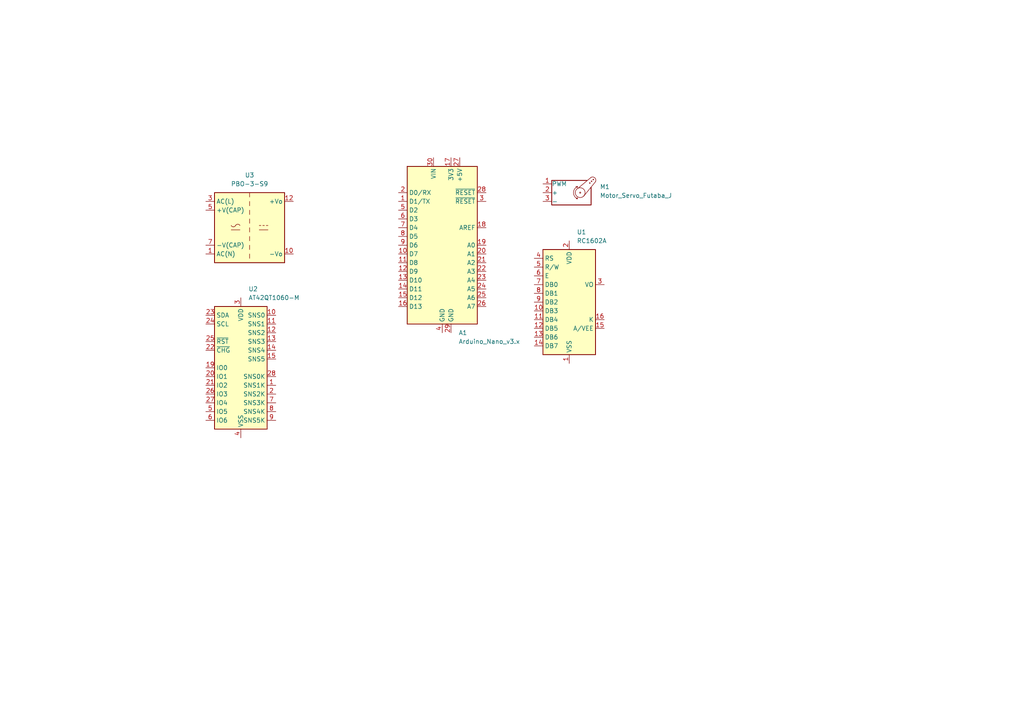
<source format=kicad_sch>
(kicad_sch
	(version 20231120)
	(generator "eeschema")
	(generator_version "8.0")
	(uuid "33fd4b0e-8db3-4df8-8670-2496d7e5413f")
	(paper "A4")
	(lib_symbols
		(symbol "Converter_ACDC:PBO-3-S9"
			(exclude_from_sim no)
			(in_bom yes)
			(on_board yes)
			(property "Reference" "U"
				(at 0 13.97 0)
				(effects
					(font
						(size 1.27 1.27)
					)
				)
			)
			(property "Value" "PBO-3-S9"
				(at 0 11.43 0)
				(effects
					(font
						(size 1.27 1.27)
					)
				)
			)
			(property "Footprint" "Converter_ACDC:Converter_ACDC_CUI_PBO-3-Sxx_THT_Vertical"
				(at 0 0 0)
				(effects
					(font
						(size 1.27 1.27)
					)
					(hide yes)
				)
			)
			(property "Datasheet" "https://www.cui.com/product/resource/pbo-3.pdf"
				(at 0 0 0)
				(effects
					(font
						(size 1.27 1.27)
					)
					(hide yes)
				)
			)
			(property "Description" "9V 0.333A 3W miniature AC-DC module-type power supply"
				(at 0 0 0)
				(effects
					(font
						(size 1.27 1.27)
					)
					(hide yes)
				)
			)
			(property "ki_keywords" "ac dc power supply"
				(at 0 0 0)
				(effects
					(font
						(size 1.27 1.27)
					)
					(hide yes)
				)
			)
			(property "ki_fp_filters" "Converter*ACDC*CUI*PBO*3*Sxx*THT*"
				(at 0 0 0)
				(effects
					(font
						(size 1.27 1.27)
					)
					(hide yes)
				)
			)
			(symbol "PBO-3-S9_1_1"
				(rectangle
					(start -10.16 10.16)
					(end 10.16 -10.16)
					(stroke
						(width 0.254)
						(type default)
					)
					(fill
						(type background)
					)
				)
				(arc
					(start -5.334 0.635)
					(mid -4.699 0.2495)
					(end -4.064 0.635)
					(stroke
						(width 0)
						(type default)
					)
					(fill
						(type none)
					)
				)
				(arc
					(start -2.794 0.635)
					(mid -3.429 1.0072)
					(end -4.064 0.635)
					(stroke
						(width 0)
						(type default)
					)
					(fill
						(type none)
					)
				)
				(polyline
					(pts
						(xy -5.334 -0.635) (xy -2.794 -0.635)
					)
					(stroke
						(width 0)
						(type default)
					)
					(fill
						(type none)
					)
				)
				(polyline
					(pts
						(xy 0 -7.62) (xy 0 -8.89)
					)
					(stroke
						(width 0)
						(type default)
					)
					(fill
						(type none)
					)
				)
				(polyline
					(pts
						(xy 0 -5.08) (xy 0 -6.35)
					)
					(stroke
						(width 0)
						(type default)
					)
					(fill
						(type none)
					)
				)
				(polyline
					(pts
						(xy 0 -2.54) (xy 0 -3.81)
					)
					(stroke
						(width 0)
						(type default)
					)
					(fill
						(type none)
					)
				)
				(polyline
					(pts
						(xy 0 0) (xy 0 -1.27)
					)
					(stroke
						(width 0)
						(type default)
					)
					(fill
						(type none)
					)
				)
				(polyline
					(pts
						(xy 0 2.54) (xy 0 1.27)
					)
					(stroke
						(width 0)
						(type default)
					)
					(fill
						(type none)
					)
				)
				(polyline
					(pts
						(xy 0 5.08) (xy 0 3.81)
					)
					(stroke
						(width 0)
						(type default)
					)
					(fill
						(type none)
					)
				)
				(polyline
					(pts
						(xy 0 7.62) (xy 0 6.35)
					)
					(stroke
						(width 0)
						(type default)
					)
					(fill
						(type none)
					)
				)
				(polyline
					(pts
						(xy 0 10.16) (xy 0 8.89)
					)
					(stroke
						(width 0)
						(type default)
					)
					(fill
						(type none)
					)
				)
				(polyline
					(pts
						(xy 2.794 -0.635) (xy 5.334 -0.635)
					)
					(stroke
						(width 0)
						(type default)
					)
					(fill
						(type none)
					)
				)
				(polyline
					(pts
						(xy 2.794 0.635) (xy 3.302 0.635)
					)
					(stroke
						(width 0)
						(type default)
					)
					(fill
						(type none)
					)
				)
				(polyline
					(pts
						(xy 3.81 0.635) (xy 4.318 0.635)
					)
					(stroke
						(width 0)
						(type default)
					)
					(fill
						(type none)
					)
				)
				(polyline
					(pts
						(xy 4.826 0.635) (xy 5.334 0.635)
					)
					(stroke
						(width 0)
						(type default)
					)
					(fill
						(type none)
					)
				)
				(pin power_in line
					(at -12.7 -7.62 0)
					(length 2.54)
					(name "AC(N)"
						(effects
							(font
								(size 1.27 1.27)
							)
						)
					)
					(number "1"
						(effects
							(font
								(size 1.27 1.27)
							)
						)
					)
				)
				(pin power_out line
					(at 12.7 -7.62 180)
					(length 2.54)
					(name "-Vo"
						(effects
							(font
								(size 1.27 1.27)
							)
						)
					)
					(number "10"
						(effects
							(font
								(size 1.27 1.27)
							)
						)
					)
				)
				(pin power_out line
					(at 12.7 7.62 180)
					(length 2.54)
					(name "+Vo"
						(effects
							(font
								(size 1.27 1.27)
							)
						)
					)
					(number "12"
						(effects
							(font
								(size 1.27 1.27)
							)
						)
					)
				)
				(pin power_in line
					(at -12.7 7.62 0)
					(length 2.54)
					(name "AC(L)"
						(effects
							(font
								(size 1.27 1.27)
							)
						)
					)
					(number "3"
						(effects
							(font
								(size 1.27 1.27)
							)
						)
					)
				)
				(pin passive line
					(at -12.7 5.08 0)
					(length 2.54)
					(name "+V(CAP)"
						(effects
							(font
								(size 1.27 1.27)
							)
						)
					)
					(number "5"
						(effects
							(font
								(size 1.27 1.27)
							)
						)
					)
				)
				(pin passive line
					(at -12.7 -5.08 0)
					(length 2.54)
					(name "-V(CAP)"
						(effects
							(font
								(size 1.27 1.27)
							)
						)
					)
					(number "7"
						(effects
							(font
								(size 1.27 1.27)
							)
						)
					)
				)
			)
		)
		(symbol "Display_Character:RC1602A"
			(exclude_from_sim no)
			(in_bom yes)
			(on_board yes)
			(property "Reference" "U"
				(at -6.35 16.51 0)
				(effects
					(font
						(size 1.27 1.27)
					)
				)
			)
			(property "Value" "RC1602A"
				(at 2.794 16.51 0)
				(effects
					(font
						(size 1.27 1.27)
					)
					(justify left)
				)
			)
			(property "Footprint" "Display:RC1602A"
				(at 2.54 -20.32 0)
				(effects
					(font
						(size 1.27 1.27)
					)
					(hide yes)
				)
			)
			(property "Datasheet" "http://www.raystar-optronics.com/down.php?ProID=18"
				(at 2.54 -2.54 0)
				(effects
					(font
						(size 1.27 1.27)
					)
					(hide yes)
				)
			)
			(property "Description" "LCD 16x2 Alphanumeric gray backlight, 3 or 5V VDD"
				(at 0 0 0)
				(effects
					(font
						(size 1.27 1.27)
					)
					(hide yes)
				)
			)
			(property "ki_keywords" "display LCD dot-matrix"
				(at 0 0 0)
				(effects
					(font
						(size 1.27 1.27)
					)
					(hide yes)
				)
			)
			(property "ki_fp_filters" "*RC1602A*"
				(at 0 0 0)
				(effects
					(font
						(size 1.27 1.27)
					)
					(hide yes)
				)
			)
			(symbol "RC1602A_0_1"
				(rectangle
					(start -7.62 15.24)
					(end 7.62 -15.24)
					(stroke
						(width 0.254)
						(type default)
					)
					(fill
						(type background)
					)
				)
			)
			(symbol "RC1602A_1_1"
				(pin power_in line
					(at 0 -17.78 90)
					(length 2.54)
					(name "VSS"
						(effects
							(font
								(size 1.27 1.27)
							)
						)
					)
					(number "1"
						(effects
							(font
								(size 1.27 1.27)
							)
						)
					)
				)
				(pin bidirectional line
					(at -10.16 -2.54 0)
					(length 2.54)
					(name "DB3"
						(effects
							(font
								(size 1.27 1.27)
							)
						)
					)
					(number "10"
						(effects
							(font
								(size 1.27 1.27)
							)
						)
					)
				)
				(pin bidirectional line
					(at -10.16 -5.08 0)
					(length 2.54)
					(name "DB4"
						(effects
							(font
								(size 1.27 1.27)
							)
						)
					)
					(number "11"
						(effects
							(font
								(size 1.27 1.27)
							)
						)
					)
				)
				(pin bidirectional line
					(at -10.16 -7.62 0)
					(length 2.54)
					(name "DB5"
						(effects
							(font
								(size 1.27 1.27)
							)
						)
					)
					(number "12"
						(effects
							(font
								(size 1.27 1.27)
							)
						)
					)
				)
				(pin bidirectional line
					(at -10.16 -10.16 0)
					(length 2.54)
					(name "DB6"
						(effects
							(font
								(size 1.27 1.27)
							)
						)
					)
					(number "13"
						(effects
							(font
								(size 1.27 1.27)
							)
						)
					)
				)
				(pin bidirectional line
					(at -10.16 -12.7 0)
					(length 2.54)
					(name "DB7"
						(effects
							(font
								(size 1.27 1.27)
							)
						)
					)
					(number "14"
						(effects
							(font
								(size 1.27 1.27)
							)
						)
					)
				)
				(pin power_in line
					(at 10.16 -7.62 180)
					(length 2.54)
					(name "A/VEE"
						(effects
							(font
								(size 1.27 1.27)
							)
						)
					)
					(number "15"
						(effects
							(font
								(size 1.27 1.27)
							)
						)
					)
				)
				(pin power_in line
					(at 10.16 -5.08 180)
					(length 2.54)
					(name "K"
						(effects
							(font
								(size 1.27 1.27)
							)
						)
					)
					(number "16"
						(effects
							(font
								(size 1.27 1.27)
							)
						)
					)
				)
				(pin power_in line
					(at 0 17.78 270)
					(length 2.54)
					(name "VDD"
						(effects
							(font
								(size 1.27 1.27)
							)
						)
					)
					(number "2"
						(effects
							(font
								(size 1.27 1.27)
							)
						)
					)
				)
				(pin power_in line
					(at 10.16 5.08 180)
					(length 2.54)
					(name "VO"
						(effects
							(font
								(size 1.27 1.27)
							)
						)
					)
					(number "3"
						(effects
							(font
								(size 1.27 1.27)
							)
						)
					)
				)
				(pin input line
					(at -10.16 12.7 0)
					(length 2.54)
					(name "RS"
						(effects
							(font
								(size 1.27 1.27)
							)
						)
					)
					(number "4"
						(effects
							(font
								(size 1.27 1.27)
							)
						)
					)
				)
				(pin input line
					(at -10.16 10.16 0)
					(length 2.54)
					(name "R/W"
						(effects
							(font
								(size 1.27 1.27)
							)
						)
					)
					(number "5"
						(effects
							(font
								(size 1.27 1.27)
							)
						)
					)
				)
				(pin input line
					(at -10.16 7.62 0)
					(length 2.54)
					(name "E"
						(effects
							(font
								(size 1.27 1.27)
							)
						)
					)
					(number "6"
						(effects
							(font
								(size 1.27 1.27)
							)
						)
					)
				)
				(pin bidirectional line
					(at -10.16 5.08 0)
					(length 2.54)
					(name "DB0"
						(effects
							(font
								(size 1.27 1.27)
							)
						)
					)
					(number "7"
						(effects
							(font
								(size 1.27 1.27)
							)
						)
					)
				)
				(pin bidirectional line
					(at -10.16 2.54 0)
					(length 2.54)
					(name "DB1"
						(effects
							(font
								(size 1.27 1.27)
							)
						)
					)
					(number "8"
						(effects
							(font
								(size 1.27 1.27)
							)
						)
					)
				)
				(pin bidirectional line
					(at -10.16 0 0)
					(length 2.54)
					(name "DB2"
						(effects
							(font
								(size 1.27 1.27)
							)
						)
					)
					(number "9"
						(effects
							(font
								(size 1.27 1.27)
							)
						)
					)
				)
			)
		)
		(symbol "MCU_Module:Arduino_Nano_v3.x"
			(exclude_from_sim no)
			(in_bom yes)
			(on_board yes)
			(property "Reference" "A"
				(at -10.16 23.495 0)
				(effects
					(font
						(size 1.27 1.27)
					)
					(justify left bottom)
				)
			)
			(property "Value" "Arduino_Nano_v3.x"
				(at 5.08 -24.13 0)
				(effects
					(font
						(size 1.27 1.27)
					)
					(justify left top)
				)
			)
			(property "Footprint" "Module:Arduino_Nano"
				(at 0 0 0)
				(effects
					(font
						(size 1.27 1.27)
						(italic yes)
					)
					(hide yes)
				)
			)
			(property "Datasheet" "http://www.mouser.com/pdfdocs/Gravitech_Arduino_Nano3_0.pdf"
				(at 0 0 0)
				(effects
					(font
						(size 1.27 1.27)
					)
					(hide yes)
				)
			)
			(property "Description" "Arduino Nano v3.x"
				(at 0 0 0)
				(effects
					(font
						(size 1.27 1.27)
					)
					(hide yes)
				)
			)
			(property "ki_keywords" "Arduino nano microcontroller module USB"
				(at 0 0 0)
				(effects
					(font
						(size 1.27 1.27)
					)
					(hide yes)
				)
			)
			(property "ki_fp_filters" "Arduino*Nano*"
				(at 0 0 0)
				(effects
					(font
						(size 1.27 1.27)
					)
					(hide yes)
				)
			)
			(symbol "Arduino_Nano_v3.x_0_1"
				(rectangle
					(start -10.16 22.86)
					(end 10.16 -22.86)
					(stroke
						(width 0.254)
						(type default)
					)
					(fill
						(type background)
					)
				)
			)
			(symbol "Arduino_Nano_v3.x_1_1"
				(pin bidirectional line
					(at -12.7 12.7 0)
					(length 2.54)
					(name "D1/TX"
						(effects
							(font
								(size 1.27 1.27)
							)
						)
					)
					(number "1"
						(effects
							(font
								(size 1.27 1.27)
							)
						)
					)
				)
				(pin bidirectional line
					(at -12.7 -2.54 0)
					(length 2.54)
					(name "D7"
						(effects
							(font
								(size 1.27 1.27)
							)
						)
					)
					(number "10"
						(effects
							(font
								(size 1.27 1.27)
							)
						)
					)
				)
				(pin bidirectional line
					(at -12.7 -5.08 0)
					(length 2.54)
					(name "D8"
						(effects
							(font
								(size 1.27 1.27)
							)
						)
					)
					(number "11"
						(effects
							(font
								(size 1.27 1.27)
							)
						)
					)
				)
				(pin bidirectional line
					(at -12.7 -7.62 0)
					(length 2.54)
					(name "D9"
						(effects
							(font
								(size 1.27 1.27)
							)
						)
					)
					(number "12"
						(effects
							(font
								(size 1.27 1.27)
							)
						)
					)
				)
				(pin bidirectional line
					(at -12.7 -10.16 0)
					(length 2.54)
					(name "D10"
						(effects
							(font
								(size 1.27 1.27)
							)
						)
					)
					(number "13"
						(effects
							(font
								(size 1.27 1.27)
							)
						)
					)
				)
				(pin bidirectional line
					(at -12.7 -12.7 0)
					(length 2.54)
					(name "D11"
						(effects
							(font
								(size 1.27 1.27)
							)
						)
					)
					(number "14"
						(effects
							(font
								(size 1.27 1.27)
							)
						)
					)
				)
				(pin bidirectional line
					(at -12.7 -15.24 0)
					(length 2.54)
					(name "D12"
						(effects
							(font
								(size 1.27 1.27)
							)
						)
					)
					(number "15"
						(effects
							(font
								(size 1.27 1.27)
							)
						)
					)
				)
				(pin bidirectional line
					(at -12.7 -17.78 0)
					(length 2.54)
					(name "D13"
						(effects
							(font
								(size 1.27 1.27)
							)
						)
					)
					(number "16"
						(effects
							(font
								(size 1.27 1.27)
							)
						)
					)
				)
				(pin power_out line
					(at 2.54 25.4 270)
					(length 2.54)
					(name "3V3"
						(effects
							(font
								(size 1.27 1.27)
							)
						)
					)
					(number "17"
						(effects
							(font
								(size 1.27 1.27)
							)
						)
					)
				)
				(pin input line
					(at 12.7 5.08 180)
					(length 2.54)
					(name "AREF"
						(effects
							(font
								(size 1.27 1.27)
							)
						)
					)
					(number "18"
						(effects
							(font
								(size 1.27 1.27)
							)
						)
					)
				)
				(pin bidirectional line
					(at 12.7 0 180)
					(length 2.54)
					(name "A0"
						(effects
							(font
								(size 1.27 1.27)
							)
						)
					)
					(number "19"
						(effects
							(font
								(size 1.27 1.27)
							)
						)
					)
				)
				(pin bidirectional line
					(at -12.7 15.24 0)
					(length 2.54)
					(name "D0/RX"
						(effects
							(font
								(size 1.27 1.27)
							)
						)
					)
					(number "2"
						(effects
							(font
								(size 1.27 1.27)
							)
						)
					)
				)
				(pin bidirectional line
					(at 12.7 -2.54 180)
					(length 2.54)
					(name "A1"
						(effects
							(font
								(size 1.27 1.27)
							)
						)
					)
					(number "20"
						(effects
							(font
								(size 1.27 1.27)
							)
						)
					)
				)
				(pin bidirectional line
					(at 12.7 -5.08 180)
					(length 2.54)
					(name "A2"
						(effects
							(font
								(size 1.27 1.27)
							)
						)
					)
					(number "21"
						(effects
							(font
								(size 1.27 1.27)
							)
						)
					)
				)
				(pin bidirectional line
					(at 12.7 -7.62 180)
					(length 2.54)
					(name "A3"
						(effects
							(font
								(size 1.27 1.27)
							)
						)
					)
					(number "22"
						(effects
							(font
								(size 1.27 1.27)
							)
						)
					)
				)
				(pin bidirectional line
					(at 12.7 -10.16 180)
					(length 2.54)
					(name "A4"
						(effects
							(font
								(size 1.27 1.27)
							)
						)
					)
					(number "23"
						(effects
							(font
								(size 1.27 1.27)
							)
						)
					)
				)
				(pin bidirectional line
					(at 12.7 -12.7 180)
					(length 2.54)
					(name "A5"
						(effects
							(font
								(size 1.27 1.27)
							)
						)
					)
					(number "24"
						(effects
							(font
								(size 1.27 1.27)
							)
						)
					)
				)
				(pin bidirectional line
					(at 12.7 -15.24 180)
					(length 2.54)
					(name "A6"
						(effects
							(font
								(size 1.27 1.27)
							)
						)
					)
					(number "25"
						(effects
							(font
								(size 1.27 1.27)
							)
						)
					)
				)
				(pin bidirectional line
					(at 12.7 -17.78 180)
					(length 2.54)
					(name "A7"
						(effects
							(font
								(size 1.27 1.27)
							)
						)
					)
					(number "26"
						(effects
							(font
								(size 1.27 1.27)
							)
						)
					)
				)
				(pin power_out line
					(at 5.08 25.4 270)
					(length 2.54)
					(name "+5V"
						(effects
							(font
								(size 1.27 1.27)
							)
						)
					)
					(number "27"
						(effects
							(font
								(size 1.27 1.27)
							)
						)
					)
				)
				(pin input line
					(at 12.7 15.24 180)
					(length 2.54)
					(name "~{RESET}"
						(effects
							(font
								(size 1.27 1.27)
							)
						)
					)
					(number "28"
						(effects
							(font
								(size 1.27 1.27)
							)
						)
					)
				)
				(pin power_in line
					(at 2.54 -25.4 90)
					(length 2.54)
					(name "GND"
						(effects
							(font
								(size 1.27 1.27)
							)
						)
					)
					(number "29"
						(effects
							(font
								(size 1.27 1.27)
							)
						)
					)
				)
				(pin input line
					(at 12.7 12.7 180)
					(length 2.54)
					(name "~{RESET}"
						(effects
							(font
								(size 1.27 1.27)
							)
						)
					)
					(number "3"
						(effects
							(font
								(size 1.27 1.27)
							)
						)
					)
				)
				(pin power_in line
					(at -2.54 25.4 270)
					(length 2.54)
					(name "VIN"
						(effects
							(font
								(size 1.27 1.27)
							)
						)
					)
					(number "30"
						(effects
							(font
								(size 1.27 1.27)
							)
						)
					)
				)
				(pin power_in line
					(at 0 -25.4 90)
					(length 2.54)
					(name "GND"
						(effects
							(font
								(size 1.27 1.27)
							)
						)
					)
					(number "4"
						(effects
							(font
								(size 1.27 1.27)
							)
						)
					)
				)
				(pin bidirectional line
					(at -12.7 10.16 0)
					(length 2.54)
					(name "D2"
						(effects
							(font
								(size 1.27 1.27)
							)
						)
					)
					(number "5"
						(effects
							(font
								(size 1.27 1.27)
							)
						)
					)
				)
				(pin bidirectional line
					(at -12.7 7.62 0)
					(length 2.54)
					(name "D3"
						(effects
							(font
								(size 1.27 1.27)
							)
						)
					)
					(number "6"
						(effects
							(font
								(size 1.27 1.27)
							)
						)
					)
				)
				(pin bidirectional line
					(at -12.7 5.08 0)
					(length 2.54)
					(name "D4"
						(effects
							(font
								(size 1.27 1.27)
							)
						)
					)
					(number "7"
						(effects
							(font
								(size 1.27 1.27)
							)
						)
					)
				)
				(pin bidirectional line
					(at -12.7 2.54 0)
					(length 2.54)
					(name "D5"
						(effects
							(font
								(size 1.27 1.27)
							)
						)
					)
					(number "8"
						(effects
							(font
								(size 1.27 1.27)
							)
						)
					)
				)
				(pin bidirectional line
					(at -12.7 0 0)
					(length 2.54)
					(name "D6"
						(effects
							(font
								(size 1.27 1.27)
							)
						)
					)
					(number "9"
						(effects
							(font
								(size 1.27 1.27)
							)
						)
					)
				)
			)
		)
		(symbol "Motor:Motor_Servo_Futaba_J"
			(pin_names
				(offset 0.0254)
			)
			(exclude_from_sim no)
			(in_bom yes)
			(on_board yes)
			(property "Reference" "M"
				(at -5.08 4.445 0)
				(effects
					(font
						(size 1.27 1.27)
					)
					(justify left)
				)
			)
			(property "Value" "Motor_Servo_Futaba_J"
				(at -5.08 -4.064 0)
				(effects
					(font
						(size 1.27 1.27)
					)
					(justify left top)
				)
			)
			(property "Footprint" ""
				(at 0 -4.826 0)
				(effects
					(font
						(size 1.27 1.27)
					)
					(hide yes)
				)
			)
			(property "Datasheet" "http://forums.parallax.com/uploads/attachments/46831/74481.png"
				(at 0 -4.826 0)
				(effects
					(font
						(size 1.27 1.27)
					)
					(hide yes)
				)
			)
			(property "Description" "Servo Motor (Futuba J-connector)"
				(at 0 0 0)
				(effects
					(font
						(size 1.27 1.27)
					)
					(hide yes)
				)
			)
			(property "ki_keywords" "Servo Motor"
				(at 0 0 0)
				(effects
					(font
						(size 1.27 1.27)
					)
					(hide yes)
				)
			)
			(property "ki_fp_filters" "PinHeader*P2.54mm*"
				(at 0 0 0)
				(effects
					(font
						(size 1.27 1.27)
					)
					(hide yes)
				)
			)
			(symbol "Motor_Servo_Futaba_J_0_1"
				(polyline
					(pts
						(xy 2.413 -1.778) (xy 2.032 -1.778)
					)
					(stroke
						(width 0)
						(type default)
					)
					(fill
						(type none)
					)
				)
				(polyline
					(pts
						(xy 2.413 -1.778) (xy 2.286 -1.397)
					)
					(stroke
						(width 0)
						(type default)
					)
					(fill
						(type none)
					)
				)
				(polyline
					(pts
						(xy 2.413 1.778) (xy 1.905 1.778)
					)
					(stroke
						(width 0)
						(type default)
					)
					(fill
						(type none)
					)
				)
				(polyline
					(pts
						(xy 2.413 1.778) (xy 2.286 1.397)
					)
					(stroke
						(width 0)
						(type default)
					)
					(fill
						(type none)
					)
				)
				(polyline
					(pts
						(xy 6.35 4.445) (xy 2.54 1.27)
					)
					(stroke
						(width 0)
						(type default)
					)
					(fill
						(type none)
					)
				)
				(polyline
					(pts
						(xy 7.62 3.175) (xy 4.191 -1.016)
					)
					(stroke
						(width 0)
						(type default)
					)
					(fill
						(type none)
					)
				)
				(polyline
					(pts
						(xy 5.08 3.556) (xy -5.08 3.556) (xy -5.08 -3.556) (xy 6.35 -3.556) (xy 6.35 1.524)
					)
					(stroke
						(width 0.254)
						(type default)
					)
					(fill
						(type none)
					)
				)
				(arc
					(start 2.413 1.778)
					(mid 1.2406 0)
					(end 2.413 -1.778)
					(stroke
						(width 0)
						(type default)
					)
					(fill
						(type none)
					)
				)
				(circle
					(center 3.175 0)
					(radius 0.1778)
					(stroke
						(width 0)
						(type default)
					)
					(fill
						(type none)
					)
				)
				(circle
					(center 3.175 0)
					(radius 1.4224)
					(stroke
						(width 0)
						(type default)
					)
					(fill
						(type none)
					)
				)
				(circle
					(center 5.969 2.794)
					(radius 0.127)
					(stroke
						(width 0)
						(type default)
					)
					(fill
						(type none)
					)
				)
				(circle
					(center 6.477 3.302)
					(radius 0.127)
					(stroke
						(width 0)
						(type default)
					)
					(fill
						(type none)
					)
				)
				(circle
					(center 6.985 3.81)
					(radius 0.127)
					(stroke
						(width 0)
						(type default)
					)
					(fill
						(type none)
					)
				)
				(arc
					(start 7.62 3.175)
					(mid 7.4485 4.2735)
					(end 6.35 4.445)
					(stroke
						(width 0)
						(type default)
					)
					(fill
						(type none)
					)
				)
			)
			(symbol "Motor_Servo_Futaba_J_1_1"
				(pin passive line
					(at -7.62 2.54 0)
					(length 2.54)
					(name "PWM"
						(effects
							(font
								(size 1.27 1.27)
							)
						)
					)
					(number "1"
						(effects
							(font
								(size 1.27 1.27)
							)
						)
					)
				)
				(pin passive line
					(at -7.62 0 0)
					(length 2.54)
					(name "+"
						(effects
							(font
								(size 1.27 1.27)
							)
						)
					)
					(number "2"
						(effects
							(font
								(size 1.27 1.27)
							)
						)
					)
				)
				(pin passive line
					(at -7.62 -2.54 0)
					(length 2.54)
					(name "-"
						(effects
							(font
								(size 1.27 1.27)
							)
						)
					)
					(number "3"
						(effects
							(font
								(size 1.27 1.27)
							)
						)
					)
				)
			)
		)
		(symbol "Sensor_Touch:AT42QT1060-M"
			(exclude_from_sim no)
			(in_bom yes)
			(on_board yes)
			(property "Reference" "U"
				(at -2.54 21.59 0)
				(effects
					(font
						(size 1.27 1.27)
					)
					(justify right)
				)
			)
			(property "Value" "AT42QT1060-M"
				(at -2.54 19.05 0)
				(effects
					(font
						(size 1.27 1.27)
					)
					(justify right)
				)
			)
			(property "Footprint" "Package_DFN_QFN:VQFN-28-1EP_4x4mm_P0.45mm_EP2.4x2.4mm"
				(at 0 0 0)
				(effects
					(font
						(size 1.27 1.27)
					)
					(hide yes)
				)
			)
			(property "Datasheet" "http://ww1.microchip.com/downloads/en/DeviceDoc/Atmel-9505-AT42-QTouch-BSW-AT42QT1060_Datasheet.pdf"
				(at 0 0 0)
				(effects
					(font
						(size 1.27 1.27)
					)
					(hide yes)
				)
			)
			(property "Description" "Six-Key Touch Sensor IC, VQFN-28"
				(at 0 0 0)
				(effects
					(font
						(size 1.27 1.27)
					)
					(hide yes)
				)
			)
			(property "ki_keywords" "Touch QTouch Sensor Key"
				(at 0 0 0)
				(effects
					(font
						(size 1.27 1.27)
					)
					(hide yes)
				)
			)
			(property "ki_fp_filters" "VQFN*1EP*4x4mm*P0.45mm*"
				(at 0 0 0)
				(effects
					(font
						(size 1.27 1.27)
					)
					(hide yes)
				)
			)
			(symbol "AT42QT1060-M_0_1"
				(rectangle
					(start 7.62 17.78)
					(end -7.62 -17.78)
					(stroke
						(width 0.254)
						(type default)
					)
					(fill
						(type background)
					)
				)
			)
			(symbol "AT42QT1060-M_1_1"
				(pin passive line
					(at 10.16 -5.08 180)
					(length 2.54)
					(name "SNS1K"
						(effects
							(font
								(size 1.27 1.27)
							)
						)
					)
					(number "1"
						(effects
							(font
								(size 1.27 1.27)
							)
						)
					)
				)
				(pin passive line
					(at 10.16 15.24 180)
					(length 2.54)
					(name "SNS0"
						(effects
							(font
								(size 1.27 1.27)
							)
						)
					)
					(number "10"
						(effects
							(font
								(size 1.27 1.27)
							)
						)
					)
				)
				(pin passive line
					(at 10.16 12.7 180)
					(length 2.54)
					(name "SNS1"
						(effects
							(font
								(size 1.27 1.27)
							)
						)
					)
					(number "11"
						(effects
							(font
								(size 1.27 1.27)
							)
						)
					)
				)
				(pin passive line
					(at 10.16 10.16 180)
					(length 2.54)
					(name "SNS2"
						(effects
							(font
								(size 1.27 1.27)
							)
						)
					)
					(number "12"
						(effects
							(font
								(size 1.27 1.27)
							)
						)
					)
				)
				(pin passive line
					(at 10.16 7.62 180)
					(length 2.54)
					(name "SNS3"
						(effects
							(font
								(size 1.27 1.27)
							)
						)
					)
					(number "13"
						(effects
							(font
								(size 1.27 1.27)
							)
						)
					)
				)
				(pin passive line
					(at 10.16 5.08 180)
					(length 2.54)
					(name "SNS4"
						(effects
							(font
								(size 1.27 1.27)
							)
						)
					)
					(number "14"
						(effects
							(font
								(size 1.27 1.27)
							)
						)
					)
				)
				(pin passive line
					(at 10.16 2.54 180)
					(length 2.54)
					(name "SNS5"
						(effects
							(font
								(size 1.27 1.27)
							)
						)
					)
					(number "15"
						(effects
							(font
								(size 1.27 1.27)
							)
						)
					)
				)
				(pin passive line
					(at 0 20.32 270)
					(length 2.54) hide
					(name "VDD"
						(effects
							(font
								(size 1.27 1.27)
							)
						)
					)
					(number "16"
						(effects
							(font
								(size 1.27 1.27)
							)
						)
					)
				)
				(pin passive line
					(at 0 20.32 270)
					(length 2.54) hide
					(name "VDD"
						(effects
							(font
								(size 1.27 1.27)
							)
						)
					)
					(number "17"
						(effects
							(font
								(size 1.27 1.27)
							)
						)
					)
				)
				(pin passive line
					(at 0 -20.32 90)
					(length 2.54) hide
					(name "VSS"
						(effects
							(font
								(size 1.27 1.27)
							)
						)
					)
					(number "18"
						(effects
							(font
								(size 1.27 1.27)
							)
						)
					)
				)
				(pin bidirectional line
					(at -10.16 0 0)
					(length 2.54)
					(name "IO0"
						(effects
							(font
								(size 1.27 1.27)
							)
						)
					)
					(number "19"
						(effects
							(font
								(size 1.27 1.27)
							)
						)
					)
				)
				(pin passive line
					(at 10.16 -7.62 180)
					(length 2.54)
					(name "SNS2K"
						(effects
							(font
								(size 1.27 1.27)
							)
						)
					)
					(number "2"
						(effects
							(font
								(size 1.27 1.27)
							)
						)
					)
				)
				(pin bidirectional line
					(at -10.16 -2.54 0)
					(length 2.54)
					(name "IO1"
						(effects
							(font
								(size 1.27 1.27)
							)
						)
					)
					(number "20"
						(effects
							(font
								(size 1.27 1.27)
							)
						)
					)
				)
				(pin bidirectional line
					(at -10.16 -5.08 0)
					(length 2.54)
					(name "IO2"
						(effects
							(font
								(size 1.27 1.27)
							)
						)
					)
					(number "21"
						(effects
							(font
								(size 1.27 1.27)
							)
						)
					)
				)
				(pin open_collector line
					(at -10.16 5.08 0)
					(length 2.54)
					(name "~{CHG}"
						(effects
							(font
								(size 1.27 1.27)
							)
						)
					)
					(number "22"
						(effects
							(font
								(size 1.27 1.27)
							)
						)
					)
				)
				(pin bidirectional line
					(at -10.16 15.24 0)
					(length 2.54)
					(name "SDA"
						(effects
							(font
								(size 1.27 1.27)
							)
						)
					)
					(number "23"
						(effects
							(font
								(size 1.27 1.27)
							)
						)
					)
				)
				(pin input line
					(at -10.16 12.7 0)
					(length 2.54)
					(name "SCL"
						(effects
							(font
								(size 1.27 1.27)
							)
						)
					)
					(number "24"
						(effects
							(font
								(size 1.27 1.27)
							)
						)
					)
				)
				(pin input line
					(at -10.16 7.62 0)
					(length 2.54)
					(name "~{RST}"
						(effects
							(font
								(size 1.27 1.27)
							)
						)
					)
					(number "25"
						(effects
							(font
								(size 1.27 1.27)
							)
						)
					)
				)
				(pin bidirectional line
					(at -10.16 -7.62 0)
					(length 2.54)
					(name "IO3"
						(effects
							(font
								(size 1.27 1.27)
							)
						)
					)
					(number "26"
						(effects
							(font
								(size 1.27 1.27)
							)
						)
					)
				)
				(pin bidirectional line
					(at -10.16 -10.16 0)
					(length 2.54)
					(name "IO4"
						(effects
							(font
								(size 1.27 1.27)
							)
						)
					)
					(number "27"
						(effects
							(font
								(size 1.27 1.27)
							)
						)
					)
				)
				(pin passive line
					(at 10.16 -2.54 180)
					(length 2.54)
					(name "SNS0K"
						(effects
							(font
								(size 1.27 1.27)
							)
						)
					)
					(number "28"
						(effects
							(font
								(size 1.27 1.27)
							)
						)
					)
				)
				(pin passive line
					(at 0 -20.32 90)
					(length 2.54) hide
					(name "VSS"
						(effects
							(font
								(size 1.27 1.27)
							)
						)
					)
					(number "29"
						(effects
							(font
								(size 1.27 1.27)
							)
						)
					)
				)
				(pin power_in line
					(at 0 20.32 270)
					(length 2.54)
					(name "VDD"
						(effects
							(font
								(size 1.27 1.27)
							)
						)
					)
					(number "3"
						(effects
							(font
								(size 1.27 1.27)
							)
						)
					)
				)
				(pin power_in line
					(at 0 -20.32 90)
					(length 2.54)
					(name "VSS"
						(effects
							(font
								(size 1.27 1.27)
							)
						)
					)
					(number "4"
						(effects
							(font
								(size 1.27 1.27)
							)
						)
					)
				)
				(pin bidirectional line
					(at -10.16 -12.7 0)
					(length 2.54)
					(name "IO5"
						(effects
							(font
								(size 1.27 1.27)
							)
						)
					)
					(number "5"
						(effects
							(font
								(size 1.27 1.27)
							)
						)
					)
				)
				(pin bidirectional line
					(at -10.16 -15.24 0)
					(length 2.54)
					(name "IO6"
						(effects
							(font
								(size 1.27 1.27)
							)
						)
					)
					(number "6"
						(effects
							(font
								(size 1.27 1.27)
							)
						)
					)
				)
				(pin passive line
					(at 10.16 -10.16 180)
					(length 2.54)
					(name "SNS3K"
						(effects
							(font
								(size 1.27 1.27)
							)
						)
					)
					(number "7"
						(effects
							(font
								(size 1.27 1.27)
							)
						)
					)
				)
				(pin passive line
					(at 10.16 -12.7 180)
					(length 2.54)
					(name "SNS4K"
						(effects
							(font
								(size 1.27 1.27)
							)
						)
					)
					(number "8"
						(effects
							(font
								(size 1.27 1.27)
							)
						)
					)
				)
				(pin passive line
					(at 10.16 -15.24 180)
					(length 2.54)
					(name "SNS5K"
						(effects
							(font
								(size 1.27 1.27)
							)
						)
					)
					(number "9"
						(effects
							(font
								(size 1.27 1.27)
							)
						)
					)
				)
			)
		)
	)
	(symbol
		(lib_id "Sensor_Touch:AT42QT1060-M")
		(at 69.85 106.68 0)
		(unit 1)
		(exclude_from_sim no)
		(in_bom yes)
		(on_board yes)
		(dnp no)
		(fields_autoplaced yes)
		(uuid "04a03da7-7f1c-4dec-ba48-e191b1f288d4")
		(property "Reference" "U2"
			(at 72.0441 83.82 0)
			(effects
				(font
					(size 1.27 1.27)
				)
				(justify left)
			)
		)
		(property "Value" "AT42QT1060-M"
			(at 72.0441 86.36 0)
			(effects
				(font
					(size 1.27 1.27)
				)
				(justify left)
			)
		)
		(property "Footprint" "Package_DFN_QFN:VQFN-28-1EP_4x4mm_P0.45mm_EP2.4x2.4mm"
			(at 69.85 106.68 0)
			(effects
				(font
					(size 1.27 1.27)
				)
				(hide yes)
			)
		)
		(property "Datasheet" "http://ww1.microchip.com/downloads/en/DeviceDoc/Atmel-9505-AT42-QTouch-BSW-AT42QT1060_Datasheet.pdf"
			(at 69.85 106.68 0)
			(effects
				(font
					(size 1.27 1.27)
				)
				(hide yes)
			)
		)
		(property "Description" "Six-Key Touch Sensor IC, VQFN-28"
			(at 69.85 106.68 0)
			(effects
				(font
					(size 1.27 1.27)
				)
				(hide yes)
			)
		)
		(pin "29"
			(uuid "2017b9d3-e762-412b-ae8e-70d971436944")
		)
		(pin "15"
			(uuid "bc56152b-ed84-4587-b58e-0a0f771280db")
		)
		(pin "2"
			(uuid "b7087cf3-9a1a-491f-8b3e-fd0febeb7c7f")
		)
		(pin "12"
			(uuid "d2246dc7-d1c4-47aa-8f89-848a398b9821")
		)
		(pin "23"
			(uuid "de277a57-14ba-4a79-92ce-5826ed52f62b")
		)
		(pin "5"
			(uuid "4552e403-0799-43cd-87b6-9382dbc6e0fa")
		)
		(pin "25"
			(uuid "995a9c8f-f042-43e2-8b54-c57ed6a01d9b")
		)
		(pin "7"
			(uuid "840f62a0-b580-4eb8-8175-48c92b65d209")
		)
		(pin "20"
			(uuid "19ea104a-b268-47cd-bdb4-8417b9cb47a1")
		)
		(pin "16"
			(uuid "50fd35b5-4061-4ad1-99c2-ebd39580b449")
		)
		(pin "11"
			(uuid "73bc5e71-0d79-4cf1-88ec-ffad6c0aeb57")
		)
		(pin "8"
			(uuid "407decf5-0b55-408b-9c11-0daa1ab1b4ac")
		)
		(pin "21"
			(uuid "ef4f76db-5d6a-4394-8810-f130cb6b84e1")
		)
		(pin "17"
			(uuid "86c01b78-9a93-418c-9591-d9b00d0cfb75")
		)
		(pin "3"
			(uuid "e90cd73f-0be4-46c8-818c-dd4e6f204063")
		)
		(pin "28"
			(uuid "515d38f5-fad4-4a32-b56f-39c1a53aad39")
		)
		(pin "1"
			(uuid "2fe97f1f-4c3e-4943-9b49-77987de0a272")
		)
		(pin "13"
			(uuid "f2eb41e0-ec9b-4afd-8eea-0e715585e9fb")
		)
		(pin "26"
			(uuid "b6838248-cb21-4388-beed-a976eb2f8fa2")
		)
		(pin "10"
			(uuid "bbe1e328-f29f-4bbd-ad8a-b5050e4f4886")
		)
		(pin "24"
			(uuid "8d20d354-aefe-4c8f-9fa7-90708d9f8124")
		)
		(pin "14"
			(uuid "6b477915-06c2-4e82-97d2-a856e034d4a5")
		)
		(pin "4"
			(uuid "e6ffd2b8-d918-4a20-9489-8c76174c5a18")
		)
		(pin "6"
			(uuid "2c582e25-5fd5-43cc-a854-c5f700948292")
		)
		(pin "18"
			(uuid "89678222-f8a0-472b-bf76-f7cd0e5c9ad4")
		)
		(pin "27"
			(uuid "56552704-2b44-4796-975b-3ad2a560b175")
		)
		(pin "9"
			(uuid "a12f24aa-3ef0-4065-b4e0-00694d3b3605")
		)
		(pin "19"
			(uuid "4f40306c-8560-46ba-9a8f-bb6c730f5872")
		)
		(pin "22"
			(uuid "044504ec-0ef0-44ab-a0aa-4a2637752fe7")
		)
		(instances
			(project ""
				(path "/33fd4b0e-8db3-4df8-8670-2496d7e5413f"
					(reference "U2")
					(unit 1)
				)
			)
		)
	)
	(symbol
		(lib_id "Motor:Motor_Servo_Futaba_J")
		(at 165.1 55.88 0)
		(unit 1)
		(exclude_from_sim no)
		(in_bom yes)
		(on_board yes)
		(dnp no)
		(fields_autoplaced yes)
		(uuid "1e28566d-90e8-48de-9a75-fb7724206fe4")
		(property "Reference" "M1"
			(at 173.99 54.1765 0)
			(effects
				(font
					(size 1.27 1.27)
				)
				(justify left)
			)
		)
		(property "Value" "Motor_Servo_Futaba_J"
			(at 173.99 56.7165 0)
			(effects
				(font
					(size 1.27 1.27)
				)
				(justify left)
			)
		)
		(property "Footprint" ""
			(at 165.1 60.706 0)
			(effects
				(font
					(size 1.27 1.27)
				)
				(hide yes)
			)
		)
		(property "Datasheet" "http://forums.parallax.com/uploads/attachments/46831/74481.png"
			(at 165.1 60.706 0)
			(effects
				(font
					(size 1.27 1.27)
				)
				(hide yes)
			)
		)
		(property "Description" "Servo Motor (Futuba J-connector)"
			(at 165.1 55.88 0)
			(effects
				(font
					(size 1.27 1.27)
				)
				(hide yes)
			)
		)
		(pin "1"
			(uuid "0336ce10-ff53-4226-86f6-2f0c7fe5c213")
		)
		(pin "2"
			(uuid "ca8108e5-f720-4b7c-b2ee-8767bf86728c")
		)
		(pin "3"
			(uuid "76743e55-77a1-4a41-95f0-e81d09163faa")
		)
		(instances
			(project ""
				(path "/33fd4b0e-8db3-4df8-8670-2496d7e5413f"
					(reference "M1")
					(unit 1)
				)
			)
		)
	)
	(symbol
		(lib_id "Display_Character:RC1602A")
		(at 165.1 87.63 0)
		(unit 1)
		(exclude_from_sim no)
		(in_bom yes)
		(on_board yes)
		(dnp no)
		(fields_autoplaced yes)
		(uuid "45ed0b06-bcdb-4604-ae66-75a8640be38a")
		(property "Reference" "U1"
			(at 167.2941 67.31 0)
			(effects
				(font
					(size 1.27 1.27)
				)
				(justify left)
			)
		)
		(property "Value" "RC1602A"
			(at 167.2941 69.85 0)
			(effects
				(font
					(size 1.27 1.27)
				)
				(justify left)
			)
		)
		(property "Footprint" "Display:RC1602A"
			(at 167.64 107.95 0)
			(effects
				(font
					(size 1.27 1.27)
				)
				(hide yes)
			)
		)
		(property "Datasheet" "http://www.raystar-optronics.com/down.php?ProID=18"
			(at 167.64 90.17 0)
			(effects
				(font
					(size 1.27 1.27)
				)
				(hide yes)
			)
		)
		(property "Description" "LCD 16x2 Alphanumeric gray backlight, 3 or 5V VDD"
			(at 165.1 87.63 0)
			(effects
				(font
					(size 1.27 1.27)
				)
				(hide yes)
			)
		)
		(pin "16"
			(uuid "1252383f-ce50-4ec9-8fa3-92606bebef05")
		)
		(pin "1"
			(uuid "5660e230-f9c2-47e7-8e63-5619b481ca01")
		)
		(pin "2"
			(uuid "6ed4bed8-0ebb-4cf3-84ec-360e842f6dc0")
		)
		(pin "12"
			(uuid "70be2a9a-7fd4-4e2a-9d42-e4471c07c07e")
		)
		(pin "3"
			(uuid "a110dfad-9f4f-466c-9cc3-a96ef4a60ec0")
		)
		(pin "5"
			(uuid "94d180af-e564-4cc0-99f6-98bf877e8696")
		)
		(pin "9"
			(uuid "48e8473d-8606-4648-ab22-2471a953233e")
		)
		(pin "7"
			(uuid "96252134-4476-442a-bb72-aac71168e1ee")
		)
		(pin "8"
			(uuid "4a336616-f8e9-414b-a44d-4299faf382d4")
		)
		(pin "10"
			(uuid "476c7a57-5c0f-4f5b-bf6b-96805b9e2764")
		)
		(pin "11"
			(uuid "891e79fc-5ee3-4288-9c2f-03daa5b46c91")
		)
		(pin "13"
			(uuid "7c59f5a7-95e9-4cc9-8866-6ed7e6c34b63")
		)
		(pin "4"
			(uuid "47d87e07-3b02-4928-8ece-f835f100942c")
		)
		(pin "15"
			(uuid "ee10070b-caf5-42eb-bff7-253db82755c2")
		)
		(pin "14"
			(uuid "8f97cca4-267a-49aa-86db-83b1472ffdcd")
		)
		(pin "6"
			(uuid "bd88ab8c-9e4f-4499-aaff-d66c3ca4e4f8")
		)
		(instances
			(project ""
				(path "/33fd4b0e-8db3-4df8-8670-2496d7e5413f"
					(reference "U1")
					(unit 1)
				)
			)
		)
	)
	(symbol
		(lib_id "Converter_ACDC:PBO-3-S9")
		(at 72.39 66.04 0)
		(unit 1)
		(exclude_from_sim no)
		(in_bom yes)
		(on_board yes)
		(dnp no)
		(fields_autoplaced yes)
		(uuid "9e49a884-5d8e-4571-acb7-1c52a534bfec")
		(property "Reference" "U3"
			(at 72.39 50.8 0)
			(effects
				(font
					(size 1.27 1.27)
				)
			)
		)
		(property "Value" "PBO-3-S9"
			(at 72.39 53.34 0)
			(effects
				(font
					(size 1.27 1.27)
				)
			)
		)
		(property "Footprint" "Converter_ACDC:Converter_ACDC_CUI_PBO-3-Sxx_THT_Vertical"
			(at 72.39 66.04 0)
			(effects
				(font
					(size 1.27 1.27)
				)
				(hide yes)
			)
		)
		(property "Datasheet" "https://www.cui.com/product/resource/pbo-3.pdf"
			(at 72.39 66.04 0)
			(effects
				(font
					(size 1.27 1.27)
				)
				(hide yes)
			)
		)
		(property "Description" "9V 0.333A 3W miniature AC-DC module-type power supply"
			(at 72.39 66.04 0)
			(effects
				(font
					(size 1.27 1.27)
				)
				(hide yes)
			)
		)
		(pin "10"
			(uuid "11312fd0-bd7f-4418-a5ec-305c31c18c7c")
		)
		(pin "1"
			(uuid "33968f72-f609-49c2-98fe-73ebd2944fbe")
		)
		(pin "3"
			(uuid "c72abb05-7255-434a-95e4-6409108e8f6c")
		)
		(pin "7"
			(uuid "8aa7d801-e484-4591-9d1f-0500c8f29fd4")
		)
		(pin "5"
			(uuid "bed1cc46-b6f5-4ffa-b58d-f12aca1cba9b")
		)
		(pin "12"
			(uuid "1e75e503-0783-4fda-8a96-e402c9990341")
		)
		(instances
			(project ""
				(path "/33fd4b0e-8db3-4df8-8670-2496d7e5413f"
					(reference "U3")
					(unit 1)
				)
			)
		)
	)
	(symbol
		(lib_id "MCU_Module:Arduino_Nano_v3.x")
		(at 128.27 71.12 0)
		(unit 1)
		(exclude_from_sim no)
		(in_bom yes)
		(on_board yes)
		(dnp no)
		(fields_autoplaced yes)
		(uuid "c6f760b4-e1af-413f-b5a0-2b292083a44b")
		(property "Reference" "A1"
			(at 133.0041 96.52 0)
			(effects
				(font
					(size 1.27 1.27)
				)
				(justify left)
			)
		)
		(property "Value" "Arduino_Nano_v3.x"
			(at 133.0041 99.06 0)
			(effects
				(font
					(size 1.27 1.27)
				)
				(justify left)
			)
		)
		(property "Footprint" "Module:Arduino_Nano"
			(at 128.27 71.12 0)
			(effects
				(font
					(size 1.27 1.27)
					(italic yes)
				)
				(hide yes)
			)
		)
		(property "Datasheet" "http://www.mouser.com/pdfdocs/Gravitech_Arduino_Nano3_0.pdf"
			(at 128.27 71.12 0)
			(effects
				(font
					(size 1.27 1.27)
				)
				(hide yes)
			)
		)
		(property "Description" "Arduino Nano v3.x"
			(at 128.27 71.12 0)
			(effects
				(font
					(size 1.27 1.27)
				)
				(hide yes)
			)
		)
		(pin "25"
			(uuid "311e4bb6-780b-4b2b-b952-564eec260b00")
		)
		(pin "15"
			(uuid "4b719379-b658-4ee2-bc44-d92553c2fa9b")
		)
		(pin "13"
			(uuid "28ca4c35-cd63-405c-abf9-ab17bf61005f")
		)
		(pin "6"
			(uuid "1677cbc0-928b-4e56-8a64-eb648302e6c3")
		)
		(pin "26"
			(uuid "e7d0e3ec-81ca-48d7-8b65-e30d841a8697")
		)
		(pin "23"
			(uuid "06fa8e8a-21dd-4b12-b9c5-ccd70e54aa0a")
		)
		(pin "29"
			(uuid "de4b7811-ef45-4e93-85cf-6d8326cf7af2")
		)
		(pin "8"
			(uuid "4232ddc0-a25b-424e-9669-c08357c9b0f6")
		)
		(pin "3"
			(uuid "abaf4b56-fefb-45bf-bc3f-9c43daf06963")
		)
		(pin "21"
			(uuid "b7d23ac0-6712-404f-800e-52f10dda15be")
		)
		(pin "22"
			(uuid "18676c7f-233f-4c7c-8390-27d380c0e44e")
		)
		(pin "28"
			(uuid "0ec98581-f24c-43f0-9957-3ecb392ff7bc")
		)
		(pin "30"
			(uuid "18bfe696-f8ba-4670-8a6b-5ca385e5e65d")
		)
		(pin "12"
			(uuid "8210f050-0d78-4166-a26f-3b16ba8571aa")
		)
		(pin "4"
			(uuid "2fd2c63b-6250-4c84-9107-b73f8a3c60a9")
		)
		(pin "5"
			(uuid "b8672268-7ae1-41be-8ad8-f9c2314f5b1e")
		)
		(pin "7"
			(uuid "961e2b1d-f019-43cc-afbc-25a392b4feca")
		)
		(pin "14"
			(uuid "b5725470-3285-4a81-93aa-9a4317883065")
		)
		(pin "2"
			(uuid "99f4bd4c-01b1-4b10-a5db-ce2fef375d10")
		)
		(pin "11"
			(uuid "5873c891-6a09-4092-b3c6-56489d099ad2")
		)
		(pin "19"
			(uuid "4d901d04-4c2c-4993-b40a-bb32ac12e3da")
		)
		(pin "17"
			(uuid "c54856c8-981b-4a21-9723-467d1ab9a5a0")
		)
		(pin "1"
			(uuid "40bc0996-0ce7-401a-affd-496a87568cab")
		)
		(pin "20"
			(uuid "c8f7c5ad-7bef-4828-b59c-71200d6bf3e2")
		)
		(pin "9"
			(uuid "22321c41-c455-4591-b82f-069306153584")
		)
		(pin "10"
			(uuid "cb913219-60fd-40c4-9ff7-edde336e6e2e")
		)
		(pin "16"
			(uuid "f63c6401-10db-4463-9188-d5fe7f69193f")
		)
		(pin "24"
			(uuid "5a2770f7-6dc5-4e25-b110-3bfa55109834")
		)
		(pin "27"
			(uuid "80a2518f-be71-40e2-a9eb-f1e860d589a2")
		)
		(pin "18"
			(uuid "520773b5-af60-4381-aa12-3d98f9da42ef")
		)
		(instances
			(project ""
				(path "/33fd4b0e-8db3-4df8-8670-2496d7e5413f"
					(reference "A1")
					(unit 1)
				)
			)
		)
	)
	(sheet_instances
		(path "/"
			(page "1")
		)
	)
)

</source>
